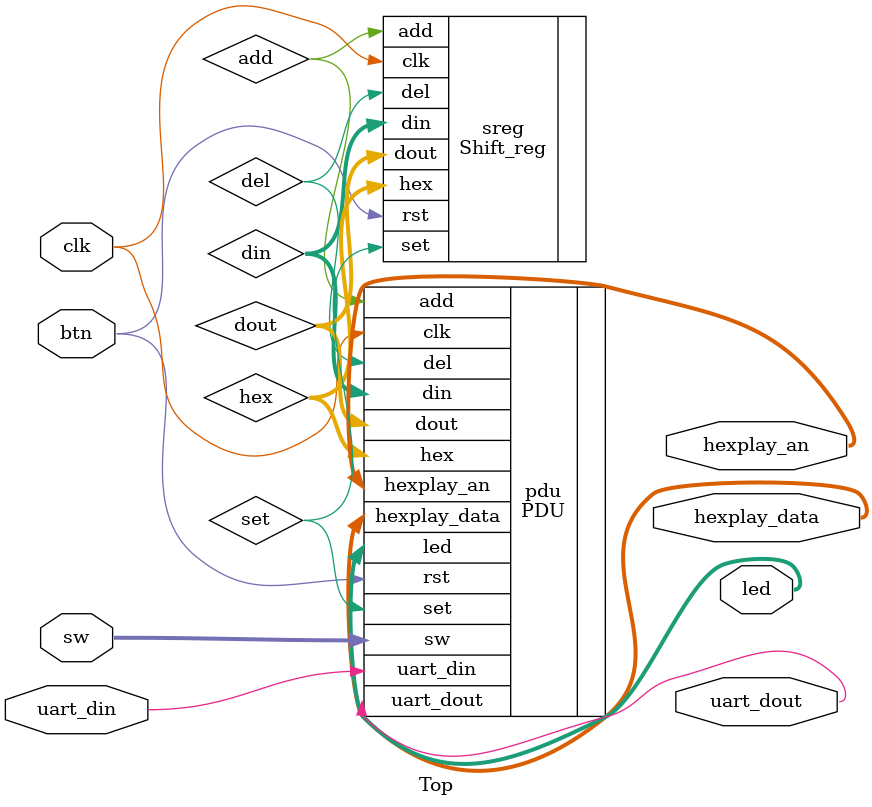
<source format=v>
`timescale 1ns / 1ps
/* 
 *   Author: wintermelon
 *   Last update: 2023.04.07
 */

module Top(
    input clk,	// system clock

    // Input: buttons and switches
    input btn,      // button
    input [7:0] sw,	// sw7-0

    // Output: leds and segments	
    output [7:0] led,	            // led7-0
    output [2:0] hexplay_an,		// hexplay_an
    output [3:0] hexplay_data,		// hexplay_data

    // Uart: data transmission
    input uart_din,          // uart_tx
    output uart_dout        // uart_rx
);

    wire [31:0] dout, din;
    wire [3:0] hex;
    wire del, add, set;


    // PDU
    PDU pdu(
        .clk(clk),	
        .rst(btn),  

        // Input: buttons and switches   
        .sw(sw),	

        // Output: leds and segments	
        .led(led),	            
        .hexplay_an(hexplay_an),		
        .hexplay_data(hexplay_data),	

        // Uart: data transmission
        .uart_din(uart_din),         
        .uart_dout(uart_dout),        

        // I/O bus:
        .dout(dout),
        .din(din),
        .hex(hex),
        
        // Control signals
        .add(add),          		
        .del(del),     
        .set(set)
    );

    // Shift register
    Shift_reg sreg(
        .clk(clk),	
        .rst(btn),       

        // I/O bus:
        .dout(dout),
        .din(din),
        .hex(hex),
        
        // Control signals
        .add(add),          		
        .del(del),     
        .set(set)
    );

endmodule

</source>
